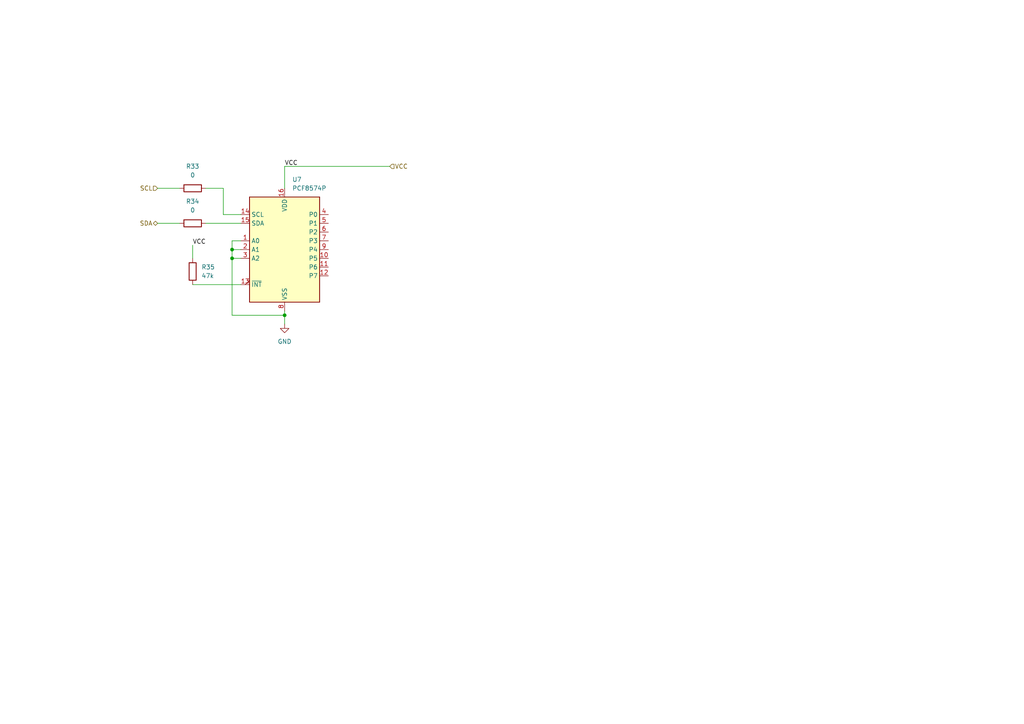
<source format=kicad_sch>
(kicad_sch (version 20231120) (generator "eeschema") (generator_version "8.0")
  (paper "A4")
  (title_block (title "Pouch 2") (date "2024-08-30") (company "Frankfurt University") (comment 2 "Author: Leon Schnieber"))
  (lib_symbols
    (symbol "Device:R" (pin_numbers hide) (pin_names (offset 0))
      (property "Reference" "R" (at 2.032 0 90))
      (property "Value" "R" (at 0 0 90))
      (symbol "R_0_1"
        (rectangle (start -1.016 -2.54) (end 1.016 2.54) (stroke (width 0.254)))
      )
      (symbol "R_1_1"
        (pin passive line (at 0 3.81 270) (length 1.27) (name "~") (number "1"))
        (pin passive line (at 0 -3.81 90) (length 1.27) (name "~") (number "2"))
      )
    )
    (symbol "Interface_Expansion:PCF8574"
      (property "Reference" "U" (at -8.89 16.51 0))
      (property "Value" "PCF8574" (at 2.54 16.51 0))
      (symbol "PCF8574_0_1"
        (rectangle (start -10.16 15.24) (end 10.16 -15.24) (stroke (width 0.254)) (fill (type background)))
      )
      (symbol "PCF8574_1_1"
        (pin input line (at -12.7 2.54 0) (length 2.54) (name "A0") (number "1"))
        (pin bidirectional line (at 12.7 -2.54 180) (length 2.54) (name "P5") (number "10"))
        (pin bidirectional line (at 12.7 -5.08 180) (length 2.54) (name "P6") (number "11"))
        (pin bidirectional line (at 12.7 -7.62 180) (length 2.54) (name "P7") (number "12"))
        (pin open_collector output_low (at -12.7 -10.16 0) (length 2.54) (name "~{INT}") (number "13"))
        (pin input line (at -12.7 10.16 0) (length 2.54) (name "SCL") (number "14"))
        (pin bidirectional line (at -12.7 7.62 0) (length 2.54) (name "SDA") (number "15"))
        (pin power_in line (at 0 17.78 270) (length 2.54) (name "VDD") (number "16"))
        (pin input line (at -12.7 0 0) (length 2.54) (name "A1") (number "2"))
        (pin input line (at -12.7 -2.54 0) (length 2.54) (name "A2") (number "3"))
        (pin bidirectional line (at 12.7 10.16 180) (length 2.54) (name "P0") (number "4"))
        (pin bidirectional line (at 12.7 7.62 180) (length 2.54) (name "P1") (number "5"))
        (pin bidirectional line (at 12.7 5.08 180) (length 2.54) (name "P2") (number "6"))
        (pin bidirectional line (at 12.7 2.54 180) (length 2.54) (name "P3") (number "7"))
        (pin power_in line (at 0 -17.78 90) (length 2.54) (name "VSS") (number "8"))
        (pin bidirectional line (at 12.7 0 180) (length 2.54) (name "P4") (number "9"))
      )
    )
    (symbol "power:GND" (power) (pin_names (offset 0))
      (property "Value" "GND" (at 0 -3.81 0))
      (symbol "GND_0_1"
        (polyline (pts (xy 0 0) (xy 0 -1.27) (xy 1.27 -1.27) (xy 0 -2.54) (xy -1.27 -1.27) (xy 0 -1.27)))
      )
      (symbol "GND_1_1"
        (pin power_in line (at 0 0 270) (length 0) hide (name "GND") (number "1"))
      )
    )
  )
  (junction (at 67.31 74.93))
  (junction (at 82.55 91.44))
  (junction (at 67.31 72.39))
  (wire (pts (xy 82.55 91.44) (xy 82.55 93.98)))
  (wire (pts (xy 55.88 71.12) (xy 55.88 74.93)))
  (wire (pts (xy 82.55 90.17) (xy 82.55 91.44)))
  (wire (pts (xy 59.69 64.77) (xy 69.85 64.77)))
  (wire (pts (xy 45.72 64.77) (xy 52.07 64.77)))
  (wire (pts (xy 67.31 72.39) (xy 69.85 72.39)))
  (wire (pts (xy 59.69 54.61) (xy 64.77 54.61)))
  (wire (pts (xy 55.88 82.55) (xy 69.85 82.55)))
  (wire (pts (xy 67.31 91.44) (xy 82.55 91.44)))
  (wire (pts (xy 64.77 54.61) (xy 64.77 62.23)))
  (wire (pts (xy 67.31 74.93) (xy 69.85 74.93)))
  (wire (pts (xy 82.55 48.26) (xy 82.55 54.61)))
  (wire (pts (xy 45.72 54.61) (xy 52.07 54.61)))
  (wire (pts (xy 67.31 69.85) (xy 67.31 72.39)))
  (wire (pts (xy 67.31 74.93) (xy 67.31 91.44)))
  (wire (pts (xy 69.85 69.85) (xy 67.31 69.85)))
  (wire (pts (xy 67.31 72.39) (xy 67.31 74.93)))
  (wire (pts (xy 64.77 62.23) (xy 69.85 62.23)))
  (wire (pts (xy 113.03 48.26) (xy 82.55 48.26)))
  (label "VCC" (at 82.55 48.26 0))
  (label "VCC" (at 55.88 71.12 0))
  (hierarchical_label "SCL" (shape input) (at 45.72 54.61 180))
  (hierarchical_label "SDA" (shape bidirectional) (at 45.72 64.77 180))
  (hierarchical_label "VCC" (shape input) (at 113.03 48.26 0))
  (symbol (lib_id "Device:R") (at 55.88 54.61 90) (unit 1)
    (property "Reference" "R33" (at 55.88 48.26 90))
    (property "Value" "0" (at 55.88 50.8 90))
    (property "Description" "Resistor" (effects (hide yes)))
  )
  (symbol (lib_id "Device:R") (at 55.88 64.77 90) (unit 1)
    (property "Reference" "R34" (at 55.88 58.42 90))
    (property "Value" "0" (at 55.88 60.96 90))
    (property "Description" "Resistor" (effects (hide yes)))
  )
  (symbol (lib_id "power:GND") (at 82.55 93.98 0) (unit 1)
    (property "Reference" "#PWR024" (effects (hide yes)))
    (property "Value" "GND" (at 82.55 99.06 0))
    (property "Description" "Power symbol creates a global label with name \"GND\" , ground" (effects (hide yes)))
  )
  (symbol (lib_id "Interface_Expansion:PCF8574") (at 82.55 72.39 0) (unit 1)
    (property "Reference" "U7" (at 84.7441 52.07 0) (effects (justify left)))
    (property "Value" "PCF8574P" (at 84.7441 54.61 0) (effects (justify left)))
    (property "Footprint" "DIP16" (effects (hide yes)))
    (property "Datasheet" "http://www.nxp.com/documents/data_sheet/PCF8574_PCF8574A.pdf" (effects (hide yes)))
    (property "Description" "8 Bit Port/Expander to I2C Bus, DIP/SOIC-16" (effects (hide yes)))
  )
  (symbol (lib_id "Device:R") (at 55.88 78.74 0) (unit 1)
    (property "Reference" "R35" (at 58.42 77.4699 0) (effects (justify left)))
    (property "Value" "47k" (at 58.42 80.0099 0) (effects (justify left)))
    (property "Description" "Resistor" (effects (hide yes)))
  )
)
</source>
